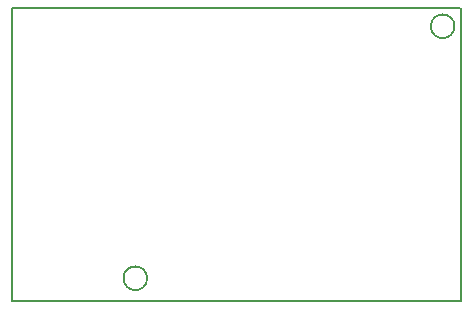
<source format=gbr>
G04 #@! TF.GenerationSoftware,KiCad,Pcbnew,(5.0.0)*
G04 #@! TF.CreationDate,2019-01-26T11:16:20+03:00*
G04 #@! TF.ProjectId,stm32mc,73746D33326D632E6B696361645F7063,rev?*
G04 #@! TF.SameCoordinates,Original*
G04 #@! TF.FileFunction,Other,ECO2*
%FSLAX46Y46*%
G04 Gerber Fmt 4.6, Leading zero omitted, Abs format (unit mm)*
G04 Created by KiCad (PCBNEW (5.0.0)) date 01/26/19 11:16:20*
%MOMM*%
%LPD*%
G01*
G04 APERTURE LIST*
%ADD10C,0.150000*%
G04 APERTURE END LIST*
D10*
X58531000Y-19050000D02*
G75*
G03X58531000Y-19050000I-1000000J0D01*
G01*
X32512000Y-40386000D02*
G75*
G03X32512000Y-40386000I-1000000J0D01*
G01*
X59055000Y-42291000D02*
X59055000Y-17526000D01*
X59024000Y-17507000D02*
X21082000Y-17526000D01*
X21082000Y-42291000D02*
X59055000Y-42291000D01*
X21082000Y-17526000D02*
X21082000Y-42291000D01*
M02*

</source>
